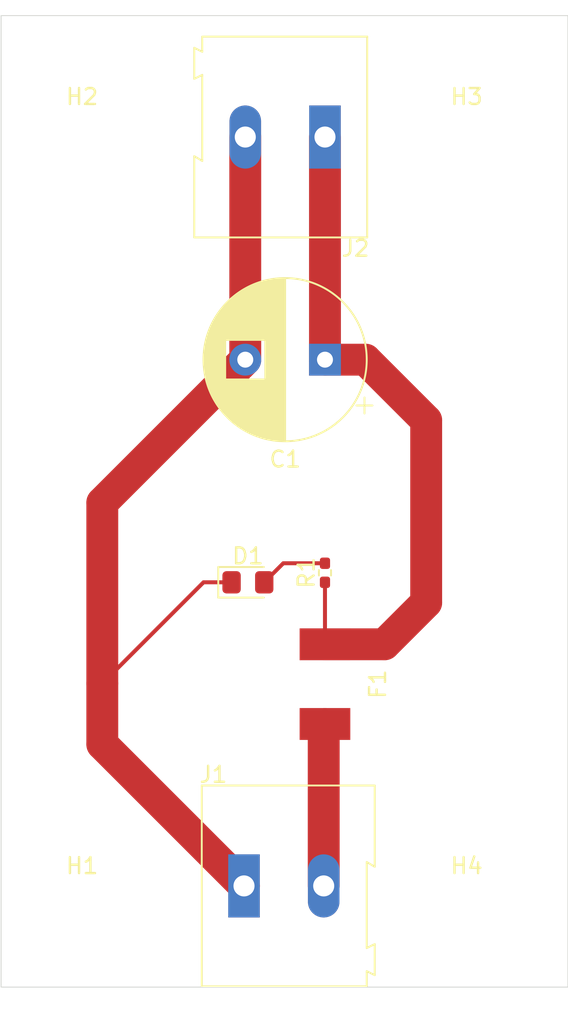
<source format=kicad_pcb>
(kicad_pcb (version 20171130) (host pcbnew "(5.1.9)-1")

  (general
    (thickness 1.6)
    (drawings 4)
    (tracks 18)
    (zones 0)
    (modules 10)
    (nets 5)
  )

  (page A4)
  (layers
    (0 F.Cu signal)
    (31 B.Cu signal)
    (32 B.Adhes user)
    (33 F.Adhes user)
    (34 B.Paste user)
    (35 F.Paste user)
    (36 B.SilkS user)
    (37 F.SilkS user)
    (38 B.Mask user)
    (39 F.Mask user)
    (40 Dwgs.User user)
    (41 Cmts.User user)
    (42 Eco1.User user)
    (43 Eco2.User user)
    (44 Edge.Cuts user)
    (45 Margin user)
    (46 B.CrtYd user)
    (47 F.CrtYd user)
    (48 B.Fab user)
    (49 F.Fab user)
  )

  (setup
    (last_trace_width 2)
    (user_trace_width 2)
    (user_trace_width 4)
    (trace_clearance 0.2)
    (zone_clearance 0.508)
    (zone_45_only no)
    (trace_min 0.2)
    (via_size 0.8)
    (via_drill 0.4)
    (via_min_size 0.4)
    (via_min_drill 0.3)
    (uvia_size 0.3)
    (uvia_drill 0.1)
    (uvias_allowed no)
    (uvia_min_size 0.2)
    (uvia_min_drill 0.1)
    (edge_width 0.05)
    (segment_width 0.2)
    (pcb_text_width 0.3)
    (pcb_text_size 1.5 1.5)
    (mod_edge_width 0.12)
    (mod_text_size 1 1)
    (mod_text_width 0.15)
    (pad_size 1.524 1.524)
    (pad_drill 0.762)
    (pad_to_mask_clearance 0)
    (aux_axis_origin 0 0)
    (visible_elements FFFFFF7F)
    (pcbplotparams
      (layerselection 0x010fc_ffffffff)
      (usegerberextensions false)
      (usegerberattributes true)
      (usegerberadvancedattributes true)
      (creategerberjobfile true)
      (excludeedgelayer true)
      (linewidth 0.100000)
      (plotframeref false)
      (viasonmask false)
      (mode 1)
      (useauxorigin false)
      (hpglpennumber 1)
      (hpglpenspeed 20)
      (hpglpendiameter 15.000000)
      (psnegative false)
      (psa4output false)
      (plotreference true)
      (plotvalue true)
      (plotinvisibletext false)
      (padsonsilk false)
      (subtractmaskfromsilk false)
      (outputformat 1)
      (mirror false)
      (drillshape 1)
      (scaleselection 1)
      (outputdirectory ""))
  )

  (net 0 "")
  (net 1 "Net-(C1-Pad2)")
  (net 2 "Net-(C1-Pad1)")
  (net 3 "Net-(D1-Pad2)")
  (net 4 "Net-(F1-Pad2)")

  (net_class Default "This is the default net class."
    (clearance 0.2)
    (trace_width 0.25)
    (via_dia 0.8)
    (via_drill 0.4)
    (uvia_dia 0.3)
    (uvia_drill 0.1)
    (add_net "Net-(C1-Pad1)")
    (add_net "Net-(C1-Pad2)")
    (add_net "Net-(D1-Pad2)")
    (add_net "Net-(F1-Pad2)")
  )

  (net_class 10Amps ""
    (clearance 0.5)
    (trace_width 4)
    (via_dia 0.8)
    (via_drill 0.4)
    (uvia_dia 0.3)
    (uvia_drill 0.1)
  )

  (module TerminalBlock:TerminalBlock_Altech_AK300-2_P5.00mm (layer F.Cu) (tedit 59FF0306) (tstamp 608AE729)
    (at 146.05 85.09 180)
    (descr "Altech AK300 terminal block, pitch 5.0mm, 45 degree angled, see http://www.mouser.com/ds/2/16/PCBMETRC-24178.pdf")
    (tags "Altech AK300 terminal block pitch 5.0mm")
    (path /607865A6)
    (fp_text reference J2 (at -1.92 -6.99) (layer F.SilkS)
      (effects (font (size 1 1) (thickness 0.15)))
    )
    (fp_text value Screw_Terminal_01x02 (at 2.78 7.75) (layer F.Fab)
      (effects (font (size 1 1) (thickness 0.15)))
    )
    (fp_arc (start -1.13 -4.65) (end -1.42 -4.13) (angle 104.2) (layer F.Fab) (width 0.1))
    (fp_arc (start -0.01 -3.71) (end -1.62 -5) (angle 100) (layer F.Fab) (width 0.1))
    (fp_arc (start 0.06 -6.07) (end 1.53 -4.12) (angle 75.5) (layer F.Fab) (width 0.1))
    (fp_arc (start 1.03 -4.59) (end 1.53 -5.05) (angle 90.5) (layer F.Fab) (width 0.1))
    (fp_arc (start 3.87 -4.65) (end 3.58 -4.13) (angle 104.2) (layer F.Fab) (width 0.1))
    (fp_arc (start 4.99 -3.71) (end 3.39 -5) (angle 100) (layer F.Fab) (width 0.1))
    (fp_arc (start 5.07 -6.07) (end 6.53 -4.12) (angle 75.5) (layer F.Fab) (width 0.1))
    (fp_arc (start 6.03 -4.59) (end 6.54 -5.05) (angle 90.5) (layer F.Fab) (width 0.1))
    (fp_text user %R (at 2.5 -2) (layer F.Fab)
      (effects (font (size 1 1) (thickness 0.15)))
    )
    (fp_line (start -2.65 -6.3) (end -2.65 6.3) (layer F.SilkS) (width 0.12))
    (fp_line (start -2.65 6.3) (end 7.7 6.3) (layer F.SilkS) (width 0.12))
    (fp_line (start 7.7 6.3) (end 7.7 5.35) (layer F.SilkS) (width 0.12))
    (fp_line (start 7.7 5.35) (end 8.2 5.6) (layer F.SilkS) (width 0.12))
    (fp_line (start 8.2 5.6) (end 8.2 3.7) (layer F.SilkS) (width 0.12))
    (fp_line (start 8.2 3.7) (end 8.2 3.65) (layer F.SilkS) (width 0.12))
    (fp_line (start 8.2 3.65) (end 7.7 3.9) (layer F.SilkS) (width 0.12))
    (fp_line (start 7.7 3.9) (end 7.7 -1.5) (layer F.SilkS) (width 0.12))
    (fp_line (start 7.7 -1.5) (end 8.2 -1.2) (layer F.SilkS) (width 0.12))
    (fp_line (start 8.2 -1.2) (end 8.2 -6.3) (layer F.SilkS) (width 0.12))
    (fp_line (start 8.2 -6.3) (end -2.65 -6.3) (layer F.SilkS) (width 0.12))
    (fp_line (start -1.26 2.54) (end 1.28 2.54) (layer F.Fab) (width 0.1))
    (fp_line (start 1.28 2.54) (end 1.28 -0.25) (layer F.Fab) (width 0.1))
    (fp_line (start -1.26 -0.25) (end 1.28 -0.25) (layer F.Fab) (width 0.1))
    (fp_line (start -1.26 2.54) (end -1.26 -0.25) (layer F.Fab) (width 0.1))
    (fp_line (start 3.74 2.54) (end 6.28 2.54) (layer F.Fab) (width 0.1))
    (fp_line (start 6.28 2.54) (end 6.28 -0.25) (layer F.Fab) (width 0.1))
    (fp_line (start 3.74 -0.25) (end 6.28 -0.25) (layer F.Fab) (width 0.1))
    (fp_line (start 3.74 2.54) (end 3.74 -0.25) (layer F.Fab) (width 0.1))
    (fp_line (start 7.61 -6.22) (end 7.61 -3.17) (layer F.Fab) (width 0.1))
    (fp_line (start 7.61 -6.22) (end -2.58 -6.22) (layer F.Fab) (width 0.1))
    (fp_line (start 7.61 -6.22) (end 8.11 -6.22) (layer F.Fab) (width 0.1))
    (fp_line (start 8.11 -6.22) (end 8.11 -1.4) (layer F.Fab) (width 0.1))
    (fp_line (start 8.11 -1.4) (end 7.61 -1.65) (layer F.Fab) (width 0.1))
    (fp_line (start 8.11 5.46) (end 7.61 5.21) (layer F.Fab) (width 0.1))
    (fp_line (start 7.61 5.21) (end 7.61 6.22) (layer F.Fab) (width 0.1))
    (fp_line (start 8.11 3.81) (end 7.61 4.06) (layer F.Fab) (width 0.1))
    (fp_line (start 7.61 4.06) (end 7.61 5.21) (layer F.Fab) (width 0.1))
    (fp_line (start 8.11 3.81) (end 8.11 5.46) (layer F.Fab) (width 0.1))
    (fp_line (start 2.98 6.22) (end 2.98 4.32) (layer F.Fab) (width 0.1))
    (fp_line (start 7.05 -0.25) (end 7.05 4.32) (layer F.Fab) (width 0.1))
    (fp_line (start 2.98 6.22) (end 7.05 6.22) (layer F.Fab) (width 0.1))
    (fp_line (start 7.05 6.22) (end 7.61 6.22) (layer F.Fab) (width 0.1))
    (fp_line (start 2.04 6.22) (end 2.04 4.32) (layer F.Fab) (width 0.1))
    (fp_line (start 2.04 6.22) (end 2.98 6.22) (layer F.Fab) (width 0.1))
    (fp_line (start -2.02 -0.25) (end -2.02 4.32) (layer F.Fab) (width 0.1))
    (fp_line (start -2.58 6.22) (end -2.02 6.22) (layer F.Fab) (width 0.1))
    (fp_line (start -2.02 6.22) (end 2.04 6.22) (layer F.Fab) (width 0.1))
    (fp_line (start 2.98 4.32) (end 7.05 4.32) (layer F.Fab) (width 0.1))
    (fp_line (start 2.98 4.32) (end 2.98 -0.25) (layer F.Fab) (width 0.1))
    (fp_line (start 7.05 4.32) (end 7.05 6.22) (layer F.Fab) (width 0.1))
    (fp_line (start 2.04 4.32) (end -2.02 4.32) (layer F.Fab) (width 0.1))
    (fp_line (start 2.04 4.32) (end 2.04 -0.25) (layer F.Fab) (width 0.1))
    (fp_line (start -2.02 4.32) (end -2.02 6.22) (layer F.Fab) (width 0.1))
    (fp_line (start 6.67 3.68) (end 6.67 0.51) (layer F.Fab) (width 0.1))
    (fp_line (start 6.67 3.68) (end 3.36 3.68) (layer F.Fab) (width 0.1))
    (fp_line (start 3.36 3.68) (end 3.36 0.51) (layer F.Fab) (width 0.1))
    (fp_line (start 1.66 3.68) (end 1.66 0.51) (layer F.Fab) (width 0.1))
    (fp_line (start 1.66 3.68) (end -1.64 3.68) (layer F.Fab) (width 0.1))
    (fp_line (start -1.64 3.68) (end -1.64 0.51) (layer F.Fab) (width 0.1))
    (fp_line (start -1.64 0.51) (end -1.26 0.51) (layer F.Fab) (width 0.1))
    (fp_line (start 1.66 0.51) (end 1.28 0.51) (layer F.Fab) (width 0.1))
    (fp_line (start 3.36 0.51) (end 3.74 0.51) (layer F.Fab) (width 0.1))
    (fp_line (start 6.67 0.51) (end 6.28 0.51) (layer F.Fab) (width 0.1))
    (fp_line (start -2.58 6.22) (end -2.58 -0.64) (layer F.Fab) (width 0.1))
    (fp_line (start -2.58 -0.64) (end -2.58 -3.17) (layer F.Fab) (width 0.1))
    (fp_line (start 7.61 -1.65) (end 7.61 -0.64) (layer F.Fab) (width 0.1))
    (fp_line (start 7.61 -0.64) (end 7.61 4.06) (layer F.Fab) (width 0.1))
    (fp_line (start -2.58 -3.17) (end 7.61 -3.17) (layer F.Fab) (width 0.1))
    (fp_line (start -2.58 -3.17) (end -2.58 -6.22) (layer F.Fab) (width 0.1))
    (fp_line (start 7.61 -3.17) (end 7.61 -1.65) (layer F.Fab) (width 0.1))
    (fp_line (start 2.98 -3.43) (end 2.98 -5.97) (layer F.Fab) (width 0.1))
    (fp_line (start 2.98 -5.97) (end 7.05 -5.97) (layer F.Fab) (width 0.1))
    (fp_line (start 7.05 -5.97) (end 7.05 -3.43) (layer F.Fab) (width 0.1))
    (fp_line (start 7.05 -3.43) (end 2.98 -3.43) (layer F.Fab) (width 0.1))
    (fp_line (start 2.04 -3.43) (end 2.04 -5.97) (layer F.Fab) (width 0.1))
    (fp_line (start 2.04 -3.43) (end -2.02 -3.43) (layer F.Fab) (width 0.1))
    (fp_line (start -2.02 -3.43) (end -2.02 -5.97) (layer F.Fab) (width 0.1))
    (fp_line (start 2.04 -5.97) (end -2.02 -5.97) (layer F.Fab) (width 0.1))
    (fp_line (start 3.39 -4.45) (end 6.44 -5.08) (layer F.Fab) (width 0.1))
    (fp_line (start 3.52 -4.32) (end 6.56 -4.95) (layer F.Fab) (width 0.1))
    (fp_line (start -1.62 -4.45) (end 1.44 -5.08) (layer F.Fab) (width 0.1))
    (fp_line (start -1.49 -4.32) (end 1.56 -4.95) (layer F.Fab) (width 0.1))
    (fp_line (start -2.02 -0.25) (end -1.64 -0.25) (layer F.Fab) (width 0.1))
    (fp_line (start 2.04 -0.25) (end 1.66 -0.25) (layer F.Fab) (width 0.1))
    (fp_line (start 1.66 -0.25) (end -1.64 -0.25) (layer F.Fab) (width 0.1))
    (fp_line (start -2.58 -0.64) (end -1.64 -0.64) (layer F.Fab) (width 0.1))
    (fp_line (start -1.64 -0.64) (end 1.66 -0.64) (layer F.Fab) (width 0.1))
    (fp_line (start 1.66 -0.64) (end 3.36 -0.64) (layer F.Fab) (width 0.1))
    (fp_line (start 7.61 -0.64) (end 6.67 -0.64) (layer F.Fab) (width 0.1))
    (fp_line (start 6.67 -0.64) (end 3.36 -0.64) (layer F.Fab) (width 0.1))
    (fp_line (start 7.05 -0.25) (end 6.67 -0.25) (layer F.Fab) (width 0.1))
    (fp_line (start 2.98 -0.25) (end 3.36 -0.25) (layer F.Fab) (width 0.1))
    (fp_line (start 3.36 -0.25) (end 6.67 -0.25) (layer F.Fab) (width 0.1))
    (fp_line (start -2.83 -6.47) (end 8.36 -6.47) (layer F.CrtYd) (width 0.05))
    (fp_line (start -2.83 -6.47) (end -2.83 6.47) (layer F.CrtYd) (width 0.05))
    (fp_line (start 8.36 6.47) (end 8.36 -6.47) (layer F.CrtYd) (width 0.05))
    (fp_line (start 8.36 6.47) (end -2.83 6.47) (layer F.CrtYd) (width 0.05))
    (pad 2 thru_hole oval (at 5 0 180) (size 1.98 3.96) (drill 1.32) (layers *.Cu *.Mask)
      (net 1 "Net-(C1-Pad2)"))
    (pad 1 thru_hole rect (at 0 0 180) (size 1.98 3.96) (drill 1.32) (layers *.Cu *.Mask)
      (net 2 "Net-(C1-Pad1)"))
    (model ${KISYS3DMOD}/TerminalBlock.3dshapes/TerminalBlock_Altech_AK300-2_P5.00mm.wrl
      (at (xyz 0 0 0))
      (scale (xyz 1 1 1))
      (rotate (xyz 0 0 0))
    )
  )

  (module Resistor_SMD:R_0402_1005Metric_Pad0.72x0.64mm_HandSolder (layer F.Cu) (tedit 5F6BB9E0) (tstamp 608AD6B0)
    (at 146.05 112.4325 90)
    (descr "Resistor SMD 0402 (1005 Metric), square (rectangular) end terminal, IPC_7351 nominal with elongated pad for handsoldering. (Body size source: IPC-SM-782 page 72, https://www.pcb-3d.com/wordpress/wp-content/uploads/ipc-sm-782a_amendment_1_and_2.pdf), generated with kicad-footprint-generator")
    (tags "resistor handsolder")
    (path /605FAF51)
    (attr smd)
    (fp_text reference R1 (at 0 -1.17 90) (layer F.SilkS)
      (effects (font (size 1 1) (thickness 0.15)))
    )
    (fp_text value "100 RND 0402 1 100" (at 0 1.17 90) (layer F.Fab)
      (effects (font (size 1 1) (thickness 0.15)))
    )
    (fp_text user %R (at 0 0 90) (layer F.Fab)
      (effects (font (size 0.26 0.26) (thickness 0.04)))
    )
    (fp_line (start -0.525 0.27) (end -0.525 -0.27) (layer F.Fab) (width 0.1))
    (fp_line (start -0.525 -0.27) (end 0.525 -0.27) (layer F.Fab) (width 0.1))
    (fp_line (start 0.525 -0.27) (end 0.525 0.27) (layer F.Fab) (width 0.1))
    (fp_line (start 0.525 0.27) (end -0.525 0.27) (layer F.Fab) (width 0.1))
    (fp_line (start -0.167621 -0.38) (end 0.167621 -0.38) (layer F.SilkS) (width 0.12))
    (fp_line (start -0.167621 0.38) (end 0.167621 0.38) (layer F.SilkS) (width 0.12))
    (fp_line (start -1.1 0.47) (end -1.1 -0.47) (layer F.CrtYd) (width 0.05))
    (fp_line (start -1.1 -0.47) (end 1.1 -0.47) (layer F.CrtYd) (width 0.05))
    (fp_line (start 1.1 -0.47) (end 1.1 0.47) (layer F.CrtYd) (width 0.05))
    (fp_line (start 1.1 0.47) (end -1.1 0.47) (layer F.CrtYd) (width 0.05))
    (pad 2 smd roundrect (at 0.5975 0 90) (size 0.715 0.64) (layers F.Cu F.Paste F.Mask) (roundrect_rratio 0.25)
      (net 3 "Net-(D1-Pad2)"))
    (pad 1 smd roundrect (at -0.5975 0 90) (size 0.715 0.64) (layers F.Cu F.Paste F.Mask) (roundrect_rratio 0.25)
      (net 2 "Net-(C1-Pad1)"))
    (model ${KISYS3DMOD}/Resistor_SMD.3dshapes/R_0402_1005Metric.wrl
      (at (xyz 0 0 0))
      (scale (xyz 1 1 1))
      (rotate (xyz 0 0 0))
    )
  )

  (module TerminalBlock:TerminalBlock_Altech_AK300-2_P5.00mm (layer F.Cu) (tedit 59FF0306) (tstamp 608AD685)
    (at 140.97 132.08)
    (descr "Altech AK300 terminal block, pitch 5.0mm, 45 degree angled, see http://www.mouser.com/ds/2/16/PCBMETRC-24178.pdf")
    (tags "Altech AK300 terminal block pitch 5.0mm")
    (path /6075BB3A)
    (fp_text reference J1 (at -1.92 -6.99) (layer F.SilkS)
      (effects (font (size 1 1) (thickness 0.15)))
    )
    (fp_text value Screw_Terminal_01x02 (at 2.78 7.75) (layer F.Fab)
      (effects (font (size 1 1) (thickness 0.15)))
    )
    (fp_arc (start -1.13 -4.65) (end -1.42 -4.13) (angle 104.2) (layer F.Fab) (width 0.1))
    (fp_arc (start -0.01 -3.71) (end -1.62 -5) (angle 100) (layer F.Fab) (width 0.1))
    (fp_arc (start 0.06 -6.07) (end 1.53 -4.12) (angle 75.5) (layer F.Fab) (width 0.1))
    (fp_arc (start 1.03 -4.59) (end 1.53 -5.05) (angle 90.5) (layer F.Fab) (width 0.1))
    (fp_arc (start 3.87 -4.65) (end 3.58 -4.13) (angle 104.2) (layer F.Fab) (width 0.1))
    (fp_arc (start 4.99 -3.71) (end 3.39 -5) (angle 100) (layer F.Fab) (width 0.1))
    (fp_arc (start 5.07 -6.07) (end 6.53 -4.12) (angle 75.5) (layer F.Fab) (width 0.1))
    (fp_arc (start 6.03 -4.59) (end 6.54 -5.05) (angle 90.5) (layer F.Fab) (width 0.1))
    (fp_text user %R (at 2.5 -2) (layer F.Fab)
      (effects (font (size 1 1) (thickness 0.15)))
    )
    (fp_line (start -2.65 -6.3) (end -2.65 6.3) (layer F.SilkS) (width 0.12))
    (fp_line (start -2.65 6.3) (end 7.7 6.3) (layer F.SilkS) (width 0.12))
    (fp_line (start 7.7 6.3) (end 7.7 5.35) (layer F.SilkS) (width 0.12))
    (fp_line (start 7.7 5.35) (end 8.2 5.6) (layer F.SilkS) (width 0.12))
    (fp_line (start 8.2 5.6) (end 8.2 3.7) (layer F.SilkS) (width 0.12))
    (fp_line (start 8.2 3.7) (end 8.2 3.65) (layer F.SilkS) (width 0.12))
    (fp_line (start 8.2 3.65) (end 7.7 3.9) (layer F.SilkS) (width 0.12))
    (fp_line (start 7.7 3.9) (end 7.7 -1.5) (layer F.SilkS) (width 0.12))
    (fp_line (start 7.7 -1.5) (end 8.2 -1.2) (layer F.SilkS) (width 0.12))
    (fp_line (start 8.2 -1.2) (end 8.2 -6.3) (layer F.SilkS) (width 0.12))
    (fp_line (start 8.2 -6.3) (end -2.65 -6.3) (layer F.SilkS) (width 0.12))
    (fp_line (start -1.26 2.54) (end 1.28 2.54) (layer F.Fab) (width 0.1))
    (fp_line (start 1.28 2.54) (end 1.28 -0.25) (layer F.Fab) (width 0.1))
    (fp_line (start -1.26 -0.25) (end 1.28 -0.25) (layer F.Fab) (width 0.1))
    (fp_line (start -1.26 2.54) (end -1.26 -0.25) (layer F.Fab) (width 0.1))
    (fp_line (start 3.74 2.54) (end 6.28 2.54) (layer F.Fab) (width 0.1))
    (fp_line (start 6.28 2.54) (end 6.28 -0.25) (layer F.Fab) (width 0.1))
    (fp_line (start 3.74 -0.25) (end 6.28 -0.25) (layer F.Fab) (width 0.1))
    (fp_line (start 3.74 2.54) (end 3.74 -0.25) (layer F.Fab) (width 0.1))
    (fp_line (start 7.61 -6.22) (end 7.61 -3.17) (layer F.Fab) (width 0.1))
    (fp_line (start 7.61 -6.22) (end -2.58 -6.22) (layer F.Fab) (width 0.1))
    (fp_line (start 7.61 -6.22) (end 8.11 -6.22) (layer F.Fab) (width 0.1))
    (fp_line (start 8.11 -6.22) (end 8.11 -1.4) (layer F.Fab) (width 0.1))
    (fp_line (start 8.11 -1.4) (end 7.61 -1.65) (layer F.Fab) (width 0.1))
    (fp_line (start 8.11 5.46) (end 7.61 5.21) (layer F.Fab) (width 0.1))
    (fp_line (start 7.61 5.21) (end 7.61 6.22) (layer F.Fab) (width 0.1))
    (fp_line (start 8.11 3.81) (end 7.61 4.06) (layer F.Fab) (width 0.1))
    (fp_line (start 7.61 4.06) (end 7.61 5.21) (layer F.Fab) (width 0.1))
    (fp_line (start 8.11 3.81) (end 8.11 5.46) (layer F.Fab) (width 0.1))
    (fp_line (start 2.98 6.22) (end 2.98 4.32) (layer F.Fab) (width 0.1))
    (fp_line (start 7.05 -0.25) (end 7.05 4.32) (layer F.Fab) (width 0.1))
    (fp_line (start 2.98 6.22) (end 7.05 6.22) (layer F.Fab) (width 0.1))
    (fp_line (start 7.05 6.22) (end 7.61 6.22) (layer F.Fab) (width 0.1))
    (fp_line (start 2.04 6.22) (end 2.04 4.32) (layer F.Fab) (width 0.1))
    (fp_line (start 2.04 6.22) (end 2.98 6.22) (layer F.Fab) (width 0.1))
    (fp_line (start -2.02 -0.25) (end -2.02 4.32) (layer F.Fab) (width 0.1))
    (fp_line (start -2.58 6.22) (end -2.02 6.22) (layer F.Fab) (width 0.1))
    (fp_line (start -2.02 6.22) (end 2.04 6.22) (layer F.Fab) (width 0.1))
    (fp_line (start 2.98 4.32) (end 7.05 4.32) (layer F.Fab) (width 0.1))
    (fp_line (start 2.98 4.32) (end 2.98 -0.25) (layer F.Fab) (width 0.1))
    (fp_line (start 7.05 4.32) (end 7.05 6.22) (layer F.Fab) (width 0.1))
    (fp_line (start 2.04 4.32) (end -2.02 4.32) (layer F.Fab) (width 0.1))
    (fp_line (start 2.04 4.32) (end 2.04 -0.25) (layer F.Fab) (width 0.1))
    (fp_line (start -2.02 4.32) (end -2.02 6.22) (layer F.Fab) (width 0.1))
    (fp_line (start 6.67 3.68) (end 6.67 0.51) (layer F.Fab) (width 0.1))
    (fp_line (start 6.67 3.68) (end 3.36 3.68) (layer F.Fab) (width 0.1))
    (fp_line (start 3.36 3.68) (end 3.36 0.51) (layer F.Fab) (width 0.1))
    (fp_line (start 1.66 3.68) (end 1.66 0.51) (layer F.Fab) (width 0.1))
    (fp_line (start 1.66 3.68) (end -1.64 3.68) (layer F.Fab) (width 0.1))
    (fp_line (start -1.64 3.68) (end -1.64 0.51) (layer F.Fab) (width 0.1))
    (fp_line (start -1.64 0.51) (end -1.26 0.51) (layer F.Fab) (width 0.1))
    (fp_line (start 1.66 0.51) (end 1.28 0.51) (layer F.Fab) (width 0.1))
    (fp_line (start 3.36 0.51) (end 3.74 0.51) (layer F.Fab) (width 0.1))
    (fp_line (start 6.67 0.51) (end 6.28 0.51) (layer F.Fab) (width 0.1))
    (fp_line (start -2.58 6.22) (end -2.58 -0.64) (layer F.Fab) (width 0.1))
    (fp_line (start -2.58 -0.64) (end -2.58 -3.17) (layer F.Fab) (width 0.1))
    (fp_line (start 7.61 -1.65) (end 7.61 -0.64) (layer F.Fab) (width 0.1))
    (fp_line (start 7.61 -0.64) (end 7.61 4.06) (layer F.Fab) (width 0.1))
    (fp_line (start -2.58 -3.17) (end 7.61 -3.17) (layer F.Fab) (width 0.1))
    (fp_line (start -2.58 -3.17) (end -2.58 -6.22) (layer F.Fab) (width 0.1))
    (fp_line (start 7.61 -3.17) (end 7.61 -1.65) (layer F.Fab) (width 0.1))
    (fp_line (start 2.98 -3.43) (end 2.98 -5.97) (layer F.Fab) (width 0.1))
    (fp_line (start 2.98 -5.97) (end 7.05 -5.97) (layer F.Fab) (width 0.1))
    (fp_line (start 7.05 -5.97) (end 7.05 -3.43) (layer F.Fab) (width 0.1))
    (fp_line (start 7.05 -3.43) (end 2.98 -3.43) (layer F.Fab) (width 0.1))
    (fp_line (start 2.04 -3.43) (end 2.04 -5.97) (layer F.Fab) (width 0.1))
    (fp_line (start 2.04 -3.43) (end -2.02 -3.43) (layer F.Fab) (width 0.1))
    (fp_line (start -2.02 -3.43) (end -2.02 -5.97) (layer F.Fab) (width 0.1))
    (fp_line (start 2.04 -5.97) (end -2.02 -5.97) (layer F.Fab) (width 0.1))
    (fp_line (start 3.39 -4.45) (end 6.44 -5.08) (layer F.Fab) (width 0.1))
    (fp_line (start 3.52 -4.32) (end 6.56 -4.95) (layer F.Fab) (width 0.1))
    (fp_line (start -1.62 -4.45) (end 1.44 -5.08) (layer F.Fab) (width 0.1))
    (fp_line (start -1.49 -4.32) (end 1.56 -4.95) (layer F.Fab) (width 0.1))
    (fp_line (start -2.02 -0.25) (end -1.64 -0.25) (layer F.Fab) (width 0.1))
    (fp_line (start 2.04 -0.25) (end 1.66 -0.25) (layer F.Fab) (width 0.1))
    (fp_line (start 1.66 -0.25) (end -1.64 -0.25) (layer F.Fab) (width 0.1))
    (fp_line (start -2.58 -0.64) (end -1.64 -0.64) (layer F.Fab) (width 0.1))
    (fp_line (start -1.64 -0.64) (end 1.66 -0.64) (layer F.Fab) (width 0.1))
    (fp_line (start 1.66 -0.64) (end 3.36 -0.64) (layer F.Fab) (width 0.1))
    (fp_line (start 7.61 -0.64) (end 6.67 -0.64) (layer F.Fab) (width 0.1))
    (fp_line (start 6.67 -0.64) (end 3.36 -0.64) (layer F.Fab) (width 0.1))
    (fp_line (start 7.05 -0.25) (end 6.67 -0.25) (layer F.Fab) (width 0.1))
    (fp_line (start 2.98 -0.25) (end 3.36 -0.25) (layer F.Fab) (width 0.1))
    (fp_line (start 3.36 -0.25) (end 6.67 -0.25) (layer F.Fab) (width 0.1))
    (fp_line (start -2.83 -6.47) (end 8.36 -6.47) (layer F.CrtYd) (width 0.05))
    (fp_line (start -2.83 -6.47) (end -2.83 6.47) (layer F.CrtYd) (width 0.05))
    (fp_line (start 8.36 6.47) (end 8.36 -6.47) (layer F.CrtYd) (width 0.05))
    (fp_line (start 8.36 6.47) (end -2.83 6.47) (layer F.CrtYd) (width 0.05))
    (pad 2 thru_hole oval (at 5 0) (size 1.98 3.96) (drill 1.32) (layers *.Cu *.Mask)
      (net 4 "Net-(F1-Pad2)"))
    (pad 1 thru_hole rect (at 0 0) (size 1.98 3.96) (drill 1.32) (layers *.Cu *.Mask)
      (net 1 "Net-(C1-Pad2)"))
    (model ${KISYS3DMOD}/TerminalBlock.3dshapes/TerminalBlock_Altech_AK300-2_P5.00mm.wrl
      (at (xyz 0 0 0))
      (scale (xyz 1 1 1))
      (rotate (xyz 0 0 0))
    )
  )

  (module MountingHole:MountingHole_3.2mm_M3_DIN965 (layer F.Cu) (tedit 56D1B4CB) (tstamp 608AD61E)
    (at 154.94 134.62)
    (descr "Mounting Hole 3.2mm, no annular, M3, DIN965")
    (tags "mounting hole 3.2mm no annular m3 din965")
    (path /60785CE9)
    (attr virtual)
    (fp_text reference H4 (at 0 -3.8) (layer F.SilkS)
      (effects (font (size 1 1) (thickness 0.15)))
    )
    (fp_text value MountingHole (at 0 3.8) (layer F.Fab)
      (effects (font (size 1 1) (thickness 0.15)))
    )
    (fp_text user %R (at 0.3 0) (layer F.Fab)
      (effects (font (size 1 1) (thickness 0.15)))
    )
    (fp_circle (center 0 0) (end 2.8 0) (layer Cmts.User) (width 0.15))
    (fp_circle (center 0 0) (end 3.05 0) (layer F.CrtYd) (width 0.05))
    (pad 1 np_thru_hole circle (at 0 0) (size 3.2 3.2) (drill 3.2) (layers *.Cu *.Mask))
  )

  (module MountingHole:MountingHole_3.2mm_M3_DIN965 (layer F.Cu) (tedit 56D1B4CB) (tstamp 608AEEB2)
    (at 154.94 86.36)
    (descr "Mounting Hole 3.2mm, no annular, M3, DIN965")
    (tags "mounting hole 3.2mm no annular m3 din965")
    (path /60785AAF)
    (attr virtual)
    (fp_text reference H3 (at 0 -3.8) (layer F.SilkS)
      (effects (font (size 1 1) (thickness 0.15)))
    )
    (fp_text value MountingHole (at 0 3.8) (layer F.Fab)
      (effects (font (size 1 1) (thickness 0.15)))
    )
    (fp_text user %R (at 0.3 0) (layer F.Fab)
      (effects (font (size 1 1) (thickness 0.15)))
    )
    (fp_circle (center 0 0) (end 2.8 0) (layer Cmts.User) (width 0.15))
    (fp_circle (center 0 0) (end 3.05 0) (layer F.CrtYd) (width 0.05))
    (pad 1 np_thru_hole circle (at 0 0) (size 3.2 3.2) (drill 3.2) (layers *.Cu *.Mask))
  )

  (module MountingHole:MountingHole_3.2mm_M3_DIN965 (layer F.Cu) (tedit 56D1B4CB) (tstamp 608AEF4B)
    (at 130.81 86.36)
    (descr "Mounting Hole 3.2mm, no annular, M3, DIN965")
    (tags "mounting hole 3.2mm no annular m3 din965")
    (path /60785916)
    (attr virtual)
    (fp_text reference H2 (at 0 -3.8) (layer F.SilkS)
      (effects (font (size 1 1) (thickness 0.15)))
    )
    (fp_text value MountingHole (at 0 3.8) (layer F.Fab)
      (effects (font (size 1 1) (thickness 0.15)))
    )
    (fp_text user %R (at 0.3 0) (layer F.Fab)
      (effects (font (size 1 1) (thickness 0.15)))
    )
    (fp_circle (center 0 0) (end 2.8 0) (layer Cmts.User) (width 0.15))
    (fp_circle (center 0 0) (end 3.05 0) (layer F.CrtYd) (width 0.05))
    (pad 1 np_thru_hole circle (at 0 0) (size 3.2 3.2) (drill 3.2) (layers *.Cu *.Mask))
  )

  (module MountingHole:MountingHole_3.2mm_M3_DIN965 (layer F.Cu) (tedit 56D1B4CB) (tstamp 608AEF18)
    (at 130.81 134.62)
    (descr "Mounting Hole 3.2mm, no annular, M3, DIN965")
    (tags "mounting hole 3.2mm no annular m3 din965")
    (path /607852A3)
    (attr virtual)
    (fp_text reference H1 (at 0 -3.8) (layer F.SilkS)
      (effects (font (size 1 1) (thickness 0.15)))
    )
    (fp_text value MountingHole (at 0 3.8) (layer F.Fab)
      (effects (font (size 1 1) (thickness 0.15)))
    )
    (fp_text user %R (at 0.3 0) (layer F.Fab)
      (effects (font (size 1 1) (thickness 0.15)))
    )
    (fp_circle (center 0 0) (end 2.8 0) (layer Cmts.User) (width 0.15))
    (fp_circle (center 0 0) (end 3.05 0) (layer F.CrtYd) (width 0.05))
    (pad 1 np_thru_hole circle (at 0 0) (size 3.2 3.2) (drill 3.2) (layers *.Cu *.Mask))
  )

  (module Belfuse220043:BELFUSE220043_10A_SMD2410 (layer F.Cu) (tedit 607448CB) (tstamp 608AD5FE)
    (at 149.86 119.42 270)
    (path /60562F3C)
    (fp_text reference F1 (at 0 0.5 90) (layer F.SilkS)
      (effects (font (size 1 1) (thickness 0.15)))
    )
    (fp_text value "Fuse 10A" (at 0 -0.5 90) (layer F.Fab)
      (effects (font (size 1 1) (thickness 0.15)))
    )
    (fp_line (start -3.81 6.35) (end -3.81 1.27) (layer F.Fab) (width 0.12))
    (fp_line (start 3.81 6.35) (end -3.81 6.35) (layer F.Fab) (width 0.12))
    (fp_line (start 3.81 1.27) (end 3.81 6.35) (layer F.Fab) (width 0.12))
    (fp_line (start -3.81 1.27) (end 3.81 1.27) (layer F.Fab) (width 0.12))
    (pad 2 smd rect (at 2.5 3.81 270) (size 2 3.18) (layers F.Cu F.Paste F.Mask)
      (net 4 "Net-(F1-Pad2)"))
    (pad 1 smd rect (at -2.5 3.81 270) (size 2 3.18) (layers F.Cu F.Paste F.Mask)
      (net 2 "Net-(C1-Pad1)"))
  )

  (module LED_SMD:LED_0805_2012Metric_Pad1.15x1.40mm_HandSolder (layer F.Cu) (tedit 5F68FEF1) (tstamp 608AD5F4)
    (at 141.215 113.03)
    (descr "LED SMD 0805 (2012 Metric), square (rectangular) end terminal, IPC_7351 nominal, (Body size source: https://docs.google.com/spreadsheets/d/1BsfQQcO9C6DZCsRaXUlFlo91Tg2WpOkGARC1WS5S8t0/edit?usp=sharing), generated with kicad-footprint-generator")
    (tags "LED handsolder")
    (path /605FBCC8)
    (attr smd)
    (fp_text reference D1 (at 0 -1.65) (layer F.SilkS)
      (effects (font (size 1 1) (thickness 0.15)))
    )
    (fp_text value "LED EVL 17-21/GHC-X" (at 0 1.65) (layer F.Fab)
      (effects (font (size 1 1) (thickness 0.15)))
    )
    (fp_text user %R (at 0 0) (layer F.Fab)
      (effects (font (size 0.5 0.5) (thickness 0.08)))
    )
    (fp_line (start 1 -0.6) (end -0.7 -0.6) (layer F.Fab) (width 0.1))
    (fp_line (start -0.7 -0.6) (end -1 -0.3) (layer F.Fab) (width 0.1))
    (fp_line (start -1 -0.3) (end -1 0.6) (layer F.Fab) (width 0.1))
    (fp_line (start -1 0.6) (end 1 0.6) (layer F.Fab) (width 0.1))
    (fp_line (start 1 0.6) (end 1 -0.6) (layer F.Fab) (width 0.1))
    (fp_line (start 1 -0.96) (end -1.86 -0.96) (layer F.SilkS) (width 0.12))
    (fp_line (start -1.86 -0.96) (end -1.86 0.96) (layer F.SilkS) (width 0.12))
    (fp_line (start -1.86 0.96) (end 1 0.96) (layer F.SilkS) (width 0.12))
    (fp_line (start -1.85 0.95) (end -1.85 -0.95) (layer F.CrtYd) (width 0.05))
    (fp_line (start -1.85 -0.95) (end 1.85 -0.95) (layer F.CrtYd) (width 0.05))
    (fp_line (start 1.85 -0.95) (end 1.85 0.95) (layer F.CrtYd) (width 0.05))
    (fp_line (start 1.85 0.95) (end -1.85 0.95) (layer F.CrtYd) (width 0.05))
    (pad 2 smd roundrect (at 1.025 0) (size 1.15 1.4) (layers F.Cu F.Paste F.Mask) (roundrect_rratio 0.217391)
      (net 3 "Net-(D1-Pad2)"))
    (pad 1 smd roundrect (at -1.025 0) (size 1.15 1.4) (layers F.Cu F.Paste F.Mask) (roundrect_rratio 0.217391)
      (net 1 "Net-(C1-Pad2)"))
    (model ${KISYS3DMOD}/LED_SMD.3dshapes/LED_0805_2012Metric.wrl
      (at (xyz 0 0 0))
      (scale (xyz 1 1 1))
      (rotate (xyz 0 0 0))
    )
  )

  (module Capacitor_THT:CP_Radial_D10.0mm_P5.00mm (layer F.Cu) (tedit 5AE50EF1) (tstamp 608AD5E1)
    (at 146.05 99.06 180)
    (descr "CP, Radial series, Radial, pin pitch=5.00mm, , diameter=10mm, Electrolytic Capacitor")
    (tags "CP Radial series Radial pin pitch 5.00mm  diameter 10mm Electrolytic Capacitor")
    (path /60564BA1)
    (fp_text reference C1 (at 2.5 -6.25) (layer F.SilkS)
      (effects (font (size 1 1) (thickness 0.15)))
    )
    (fp_text value 1mF (at 2.5 6.25) (layer F.Fab)
      (effects (font (size 1 1) (thickness 0.15)))
    )
    (fp_text user %R (at 2.5 0) (layer F.Fab)
      (effects (font (size 1 1) (thickness 0.15)))
    )
    (fp_circle (center 2.5 0) (end 7.5 0) (layer F.Fab) (width 0.1))
    (fp_circle (center 2.5 0) (end 7.62 0) (layer F.SilkS) (width 0.12))
    (fp_circle (center 2.5 0) (end 7.75 0) (layer F.CrtYd) (width 0.05))
    (fp_line (start -1.788861 -2.1875) (end -0.788861 -2.1875) (layer F.Fab) (width 0.1))
    (fp_line (start -1.288861 -2.6875) (end -1.288861 -1.6875) (layer F.Fab) (width 0.1))
    (fp_line (start 2.5 -5.08) (end 2.5 5.08) (layer F.SilkS) (width 0.12))
    (fp_line (start 2.54 -5.08) (end 2.54 5.08) (layer F.SilkS) (width 0.12))
    (fp_line (start 2.58 -5.08) (end 2.58 5.08) (layer F.SilkS) (width 0.12))
    (fp_line (start 2.62 -5.079) (end 2.62 5.079) (layer F.SilkS) (width 0.12))
    (fp_line (start 2.66 -5.078) (end 2.66 5.078) (layer F.SilkS) (width 0.12))
    (fp_line (start 2.7 -5.077) (end 2.7 5.077) (layer F.SilkS) (width 0.12))
    (fp_line (start 2.74 -5.075) (end 2.74 5.075) (layer F.SilkS) (width 0.12))
    (fp_line (start 2.78 -5.073) (end 2.78 5.073) (layer F.SilkS) (width 0.12))
    (fp_line (start 2.82 -5.07) (end 2.82 5.07) (layer F.SilkS) (width 0.12))
    (fp_line (start 2.86 -5.068) (end 2.86 5.068) (layer F.SilkS) (width 0.12))
    (fp_line (start 2.9 -5.065) (end 2.9 5.065) (layer F.SilkS) (width 0.12))
    (fp_line (start 2.94 -5.062) (end 2.94 5.062) (layer F.SilkS) (width 0.12))
    (fp_line (start 2.98 -5.058) (end 2.98 5.058) (layer F.SilkS) (width 0.12))
    (fp_line (start 3.02 -5.054) (end 3.02 5.054) (layer F.SilkS) (width 0.12))
    (fp_line (start 3.06 -5.05) (end 3.06 5.05) (layer F.SilkS) (width 0.12))
    (fp_line (start 3.1 -5.045) (end 3.1 5.045) (layer F.SilkS) (width 0.12))
    (fp_line (start 3.14 -5.04) (end 3.14 5.04) (layer F.SilkS) (width 0.12))
    (fp_line (start 3.18 -5.035) (end 3.18 5.035) (layer F.SilkS) (width 0.12))
    (fp_line (start 3.221 -5.03) (end 3.221 5.03) (layer F.SilkS) (width 0.12))
    (fp_line (start 3.261 -5.024) (end 3.261 5.024) (layer F.SilkS) (width 0.12))
    (fp_line (start 3.301 -5.018) (end 3.301 5.018) (layer F.SilkS) (width 0.12))
    (fp_line (start 3.341 -5.011) (end 3.341 5.011) (layer F.SilkS) (width 0.12))
    (fp_line (start 3.381 -5.004) (end 3.381 5.004) (layer F.SilkS) (width 0.12))
    (fp_line (start 3.421 -4.997) (end 3.421 4.997) (layer F.SilkS) (width 0.12))
    (fp_line (start 3.461 -4.99) (end 3.461 4.99) (layer F.SilkS) (width 0.12))
    (fp_line (start 3.501 -4.982) (end 3.501 4.982) (layer F.SilkS) (width 0.12))
    (fp_line (start 3.541 -4.974) (end 3.541 4.974) (layer F.SilkS) (width 0.12))
    (fp_line (start 3.581 -4.965) (end 3.581 4.965) (layer F.SilkS) (width 0.12))
    (fp_line (start 3.621 -4.956) (end 3.621 4.956) (layer F.SilkS) (width 0.12))
    (fp_line (start 3.661 -4.947) (end 3.661 4.947) (layer F.SilkS) (width 0.12))
    (fp_line (start 3.701 -4.938) (end 3.701 4.938) (layer F.SilkS) (width 0.12))
    (fp_line (start 3.741 -4.928) (end 3.741 4.928) (layer F.SilkS) (width 0.12))
    (fp_line (start 3.781 -4.918) (end 3.781 -1.241) (layer F.SilkS) (width 0.12))
    (fp_line (start 3.781 1.241) (end 3.781 4.918) (layer F.SilkS) (width 0.12))
    (fp_line (start 3.821 -4.907) (end 3.821 -1.241) (layer F.SilkS) (width 0.12))
    (fp_line (start 3.821 1.241) (end 3.821 4.907) (layer F.SilkS) (width 0.12))
    (fp_line (start 3.861 -4.897) (end 3.861 -1.241) (layer F.SilkS) (width 0.12))
    (fp_line (start 3.861 1.241) (end 3.861 4.897) (layer F.SilkS) (width 0.12))
    (fp_line (start 3.901 -4.885) (end 3.901 -1.241) (layer F.SilkS) (width 0.12))
    (fp_line (start 3.901 1.241) (end 3.901 4.885) (layer F.SilkS) (width 0.12))
    (fp_line (start 3.941 -4.874) (end 3.941 -1.241) (layer F.SilkS) (width 0.12))
    (fp_line (start 3.941 1.241) (end 3.941 4.874) (layer F.SilkS) (width 0.12))
    (fp_line (start 3.981 -4.862) (end 3.981 -1.241) (layer F.SilkS) (width 0.12))
    (fp_line (start 3.981 1.241) (end 3.981 4.862) (layer F.SilkS) (width 0.12))
    (fp_line (start 4.021 -4.85) (end 4.021 -1.241) (layer F.SilkS) (width 0.12))
    (fp_line (start 4.021 1.241) (end 4.021 4.85) (layer F.SilkS) (width 0.12))
    (fp_line (start 4.061 -4.837) (end 4.061 -1.241) (layer F.SilkS) (width 0.12))
    (fp_line (start 4.061 1.241) (end 4.061 4.837) (layer F.SilkS) (width 0.12))
    (fp_line (start 4.101 -4.824) (end 4.101 -1.241) (layer F.SilkS) (width 0.12))
    (fp_line (start 4.101 1.241) (end 4.101 4.824) (layer F.SilkS) (width 0.12))
    (fp_line (start 4.141 -4.811) (end 4.141 -1.241) (layer F.SilkS) (width 0.12))
    (fp_line (start 4.141 1.241) (end 4.141 4.811) (layer F.SilkS) (width 0.12))
    (fp_line (start 4.181 -4.797) (end 4.181 -1.241) (layer F.SilkS) (width 0.12))
    (fp_line (start 4.181 1.241) (end 4.181 4.797) (layer F.SilkS) (width 0.12))
    (fp_line (start 4.221 -4.783) (end 4.221 -1.241) (layer F.SilkS) (width 0.12))
    (fp_line (start 4.221 1.241) (end 4.221 4.783) (layer F.SilkS) (width 0.12))
    (fp_line (start 4.261 -4.768) (end 4.261 -1.241) (layer F.SilkS) (width 0.12))
    (fp_line (start 4.261 1.241) (end 4.261 4.768) (layer F.SilkS) (width 0.12))
    (fp_line (start 4.301 -4.754) (end 4.301 -1.241) (layer F.SilkS) (width 0.12))
    (fp_line (start 4.301 1.241) (end 4.301 4.754) (layer F.SilkS) (width 0.12))
    (fp_line (start 4.341 -4.738) (end 4.341 -1.241) (layer F.SilkS) (width 0.12))
    (fp_line (start 4.341 1.241) (end 4.341 4.738) (layer F.SilkS) (width 0.12))
    (fp_line (start 4.381 -4.723) (end 4.381 -1.241) (layer F.SilkS) (width 0.12))
    (fp_line (start 4.381 1.241) (end 4.381 4.723) (layer F.SilkS) (width 0.12))
    (fp_line (start 4.421 -4.707) (end 4.421 -1.241) (layer F.SilkS) (width 0.12))
    (fp_line (start 4.421 1.241) (end 4.421 4.707) (layer F.SilkS) (width 0.12))
    (fp_line (start 4.461 -4.69) (end 4.461 -1.241) (layer F.SilkS) (width 0.12))
    (fp_line (start 4.461 1.241) (end 4.461 4.69) (layer F.SilkS) (width 0.12))
    (fp_line (start 4.501 -4.674) (end 4.501 -1.241) (layer F.SilkS) (width 0.12))
    (fp_line (start 4.501 1.241) (end 4.501 4.674) (layer F.SilkS) (width 0.12))
    (fp_line (start 4.541 -4.657) (end 4.541 -1.241) (layer F.SilkS) (width 0.12))
    (fp_line (start 4.541 1.241) (end 4.541 4.657) (layer F.SilkS) (width 0.12))
    (fp_line (start 4.581 -4.639) (end 4.581 -1.241) (layer F.SilkS) (width 0.12))
    (fp_line (start 4.581 1.241) (end 4.581 4.639) (layer F.SilkS) (width 0.12))
    (fp_line (start 4.621 -4.621) (end 4.621 -1.241) (layer F.SilkS) (width 0.12))
    (fp_line (start 4.621 1.241) (end 4.621 4.621) (layer F.SilkS) (width 0.12))
    (fp_line (start 4.661 -4.603) (end 4.661 -1.241) (layer F.SilkS) (width 0.12))
    (fp_line (start 4.661 1.241) (end 4.661 4.603) (layer F.SilkS) (width 0.12))
    (fp_line (start 4.701 -4.584) (end 4.701 -1.241) (layer F.SilkS) (width 0.12))
    (fp_line (start 4.701 1.241) (end 4.701 4.584) (layer F.SilkS) (width 0.12))
    (fp_line (start 4.741 -4.564) (end 4.741 -1.241) (layer F.SilkS) (width 0.12))
    (fp_line (start 4.741 1.241) (end 4.741 4.564) (layer F.SilkS) (width 0.12))
    (fp_line (start 4.781 -4.545) (end 4.781 -1.241) (layer F.SilkS) (width 0.12))
    (fp_line (start 4.781 1.241) (end 4.781 4.545) (layer F.SilkS) (width 0.12))
    (fp_line (start 4.821 -4.525) (end 4.821 -1.241) (layer F.SilkS) (width 0.12))
    (fp_line (start 4.821 1.241) (end 4.821 4.525) (layer F.SilkS) (width 0.12))
    (fp_line (start 4.861 -4.504) (end 4.861 -1.241) (layer F.SilkS) (width 0.12))
    (fp_line (start 4.861 1.241) (end 4.861 4.504) (layer F.SilkS) (width 0.12))
    (fp_line (start 4.901 -4.483) (end 4.901 -1.241) (layer F.SilkS) (width 0.12))
    (fp_line (start 4.901 1.241) (end 4.901 4.483) (layer F.SilkS) (width 0.12))
    (fp_line (start 4.941 -4.462) (end 4.941 -1.241) (layer F.SilkS) (width 0.12))
    (fp_line (start 4.941 1.241) (end 4.941 4.462) (layer F.SilkS) (width 0.12))
    (fp_line (start 4.981 -4.44) (end 4.981 -1.241) (layer F.SilkS) (width 0.12))
    (fp_line (start 4.981 1.241) (end 4.981 4.44) (layer F.SilkS) (width 0.12))
    (fp_line (start 5.021 -4.417) (end 5.021 -1.241) (layer F.SilkS) (width 0.12))
    (fp_line (start 5.021 1.241) (end 5.021 4.417) (layer F.SilkS) (width 0.12))
    (fp_line (start 5.061 -4.395) (end 5.061 -1.241) (layer F.SilkS) (width 0.12))
    (fp_line (start 5.061 1.241) (end 5.061 4.395) (layer F.SilkS) (width 0.12))
    (fp_line (start 5.101 -4.371) (end 5.101 -1.241) (layer F.SilkS) (width 0.12))
    (fp_line (start 5.101 1.241) (end 5.101 4.371) (layer F.SilkS) (width 0.12))
    (fp_line (start 5.141 -4.347) (end 5.141 -1.241) (layer F.SilkS) (width 0.12))
    (fp_line (start 5.141 1.241) (end 5.141 4.347) (layer F.SilkS) (width 0.12))
    (fp_line (start 5.181 -4.323) (end 5.181 -1.241) (layer F.SilkS) (width 0.12))
    (fp_line (start 5.181 1.241) (end 5.181 4.323) (layer F.SilkS) (width 0.12))
    (fp_line (start 5.221 -4.298) (end 5.221 -1.241) (layer F.SilkS) (width 0.12))
    (fp_line (start 5.221 1.241) (end 5.221 4.298) (layer F.SilkS) (width 0.12))
    (fp_line (start 5.261 -4.273) (end 5.261 -1.241) (layer F.SilkS) (width 0.12))
    (fp_line (start 5.261 1.241) (end 5.261 4.273) (layer F.SilkS) (width 0.12))
    (fp_line (start 5.301 -4.247) (end 5.301 -1.241) (layer F.SilkS) (width 0.12))
    (fp_line (start 5.301 1.241) (end 5.301 4.247) (layer F.SilkS) (width 0.12))
    (fp_line (start 5.341 -4.221) (end 5.341 -1.241) (layer F.SilkS) (width 0.12))
    (fp_line (start 5.341 1.241) (end 5.341 4.221) (layer F.SilkS) (width 0.12))
    (fp_line (start 5.381 -4.194) (end 5.381 -1.241) (layer F.SilkS) (width 0.12))
    (fp_line (start 5.381 1.241) (end 5.381 4.194) (layer F.SilkS) (width 0.12))
    (fp_line (start 5.421 -4.166) (end 5.421 -1.241) (layer F.SilkS) (width 0.12))
    (fp_line (start 5.421 1.241) (end 5.421 4.166) (layer F.SilkS) (width 0.12))
    (fp_line (start 5.461 -4.138) (end 5.461 -1.241) (layer F.SilkS) (width 0.12))
    (fp_line (start 5.461 1.241) (end 5.461 4.138) (layer F.SilkS) (width 0.12))
    (fp_line (start 5.501 -4.11) (end 5.501 -1.241) (layer F.SilkS) (width 0.12))
    (fp_line (start 5.501 1.241) (end 5.501 4.11) (layer F.SilkS) (width 0.12))
    (fp_line (start 5.541 -4.08) (end 5.541 -1.241) (layer F.SilkS) (width 0.12))
    (fp_line (start 5.541 1.241) (end 5.541 4.08) (layer F.SilkS) (width 0.12))
    (fp_line (start 5.581 -4.05) (end 5.581 -1.241) (layer F.SilkS) (width 0.12))
    (fp_line (start 5.581 1.241) (end 5.581 4.05) (layer F.SilkS) (width 0.12))
    (fp_line (start 5.621 -4.02) (end 5.621 -1.241) (layer F.SilkS) (width 0.12))
    (fp_line (start 5.621 1.241) (end 5.621 4.02) (layer F.SilkS) (width 0.12))
    (fp_line (start 5.661 -3.989) (end 5.661 -1.241) (layer F.SilkS) (width 0.12))
    (fp_line (start 5.661 1.241) (end 5.661 3.989) (layer F.SilkS) (width 0.12))
    (fp_line (start 5.701 -3.957) (end 5.701 -1.241) (layer F.SilkS) (width 0.12))
    (fp_line (start 5.701 1.241) (end 5.701 3.957) (layer F.SilkS) (width 0.12))
    (fp_line (start 5.741 -3.925) (end 5.741 -1.241) (layer F.SilkS) (width 0.12))
    (fp_line (start 5.741 1.241) (end 5.741 3.925) (layer F.SilkS) (width 0.12))
    (fp_line (start 5.781 -3.892) (end 5.781 -1.241) (layer F.SilkS) (width 0.12))
    (fp_line (start 5.781 1.241) (end 5.781 3.892) (layer F.SilkS) (width 0.12))
    (fp_line (start 5.821 -3.858) (end 5.821 -1.241) (layer F.SilkS) (width 0.12))
    (fp_line (start 5.821 1.241) (end 5.821 3.858) (layer F.SilkS) (width 0.12))
    (fp_line (start 5.861 -3.824) (end 5.861 -1.241) (layer F.SilkS) (width 0.12))
    (fp_line (start 5.861 1.241) (end 5.861 3.824) (layer F.SilkS) (width 0.12))
    (fp_line (start 5.901 -3.789) (end 5.901 -1.241) (layer F.SilkS) (width 0.12))
    (fp_line (start 5.901 1.241) (end 5.901 3.789) (layer F.SilkS) (width 0.12))
    (fp_line (start 5.941 -3.753) (end 5.941 -1.241) (layer F.SilkS) (width 0.12))
    (fp_line (start 5.941 1.241) (end 5.941 3.753) (layer F.SilkS) (width 0.12))
    (fp_line (start 5.981 -3.716) (end 5.981 -1.241) (layer F.SilkS) (width 0.12))
    (fp_line (start 5.981 1.241) (end 5.981 3.716) (layer F.SilkS) (width 0.12))
    (fp_line (start 6.021 -3.679) (end 6.021 -1.241) (layer F.SilkS) (width 0.12))
    (fp_line (start 6.021 1.241) (end 6.021 3.679) (layer F.SilkS) (width 0.12))
    (fp_line (start 6.061 -3.64) (end 6.061 -1.241) (layer F.SilkS) (width 0.12))
    (fp_line (start 6.061 1.241) (end 6.061 3.64) (layer F.SilkS) (width 0.12))
    (fp_line (start 6.101 -3.601) (end 6.101 -1.241) (layer F.SilkS) (width 0.12))
    (fp_line (start 6.101 1.241) (end 6.101 3.601) (layer F.SilkS) (width 0.12))
    (fp_line (start 6.141 -3.561) (end 6.141 -1.241) (layer F.SilkS) (width 0.12))
    (fp_line (start 6.141 1.241) (end 6.141 3.561) (layer F.SilkS) (width 0.12))
    (fp_line (start 6.181 -3.52) (end 6.181 -1.241) (layer F.SilkS) (width 0.12))
    (fp_line (start 6.181 1.241) (end 6.181 3.52) (layer F.SilkS) (width 0.12))
    (fp_line (start 6.221 -3.478) (end 6.221 -1.241) (layer F.SilkS) (width 0.12))
    (fp_line (start 6.221 1.241) (end 6.221 3.478) (layer F.SilkS) (width 0.12))
    (fp_line (start 6.261 -3.436) (end 6.261 3.436) (layer F.SilkS) (width 0.12))
    (fp_line (start 6.301 -3.392) (end 6.301 3.392) (layer F.SilkS) (width 0.12))
    (fp_line (start 6.341 -3.347) (end 6.341 3.347) (layer F.SilkS) (width 0.12))
    (fp_line (start 6.381 -3.301) (end 6.381 3.301) (layer F.SilkS) (width 0.12))
    (fp_line (start 6.421 -3.254) (end 6.421 3.254) (layer F.SilkS) (width 0.12))
    (fp_line (start 6.461 -3.206) (end 6.461 3.206) (layer F.SilkS) (width 0.12))
    (fp_line (start 6.501 -3.156) (end 6.501 3.156) (layer F.SilkS) (width 0.12))
    (fp_line (start 6.541 -3.106) (end 6.541 3.106) (layer F.SilkS) (width 0.12))
    (fp_line (start 6.581 -3.054) (end 6.581 3.054) (layer F.SilkS) (width 0.12))
    (fp_line (start 6.621 -3) (end 6.621 3) (layer F.SilkS) (width 0.12))
    (fp_line (start 6.661 -2.945) (end 6.661 2.945) (layer F.SilkS) (width 0.12))
    (fp_line (start 6.701 -2.889) (end 6.701 2.889) (layer F.SilkS) (width 0.12))
    (fp_line (start 6.741 -2.83) (end 6.741 2.83) (layer F.SilkS) (width 0.12))
    (fp_line (start 6.781 -2.77) (end 6.781 2.77) (layer F.SilkS) (width 0.12))
    (fp_line (start 6.821 -2.709) (end 6.821 2.709) (layer F.SilkS) (width 0.12))
    (fp_line (start 6.861 -2.645) (end 6.861 2.645) (layer F.SilkS) (width 0.12))
    (fp_line (start 6.901 -2.579) (end 6.901 2.579) (layer F.SilkS) (width 0.12))
    (fp_line (start 6.941 -2.51) (end 6.941 2.51) (layer F.SilkS) (width 0.12))
    (fp_line (start 6.981 -2.439) (end 6.981 2.439) (layer F.SilkS) (width 0.12))
    (fp_line (start 7.021 -2.365) (end 7.021 2.365) (layer F.SilkS) (width 0.12))
    (fp_line (start 7.061 -2.289) (end 7.061 2.289) (layer F.SilkS) (width 0.12))
    (fp_line (start 7.101 -2.209) (end 7.101 2.209) (layer F.SilkS) (width 0.12))
    (fp_line (start 7.141 -2.125) (end 7.141 2.125) (layer F.SilkS) (width 0.12))
    (fp_line (start 7.181 -2.037) (end 7.181 2.037) (layer F.SilkS) (width 0.12))
    (fp_line (start 7.221 -1.944) (end 7.221 1.944) (layer F.SilkS) (width 0.12))
    (fp_line (start 7.261 -1.846) (end 7.261 1.846) (layer F.SilkS) (width 0.12))
    (fp_line (start 7.301 -1.742) (end 7.301 1.742) (layer F.SilkS) (width 0.12))
    (fp_line (start 7.341 -1.63) (end 7.341 1.63) (layer F.SilkS) (width 0.12))
    (fp_line (start 7.381 -1.51) (end 7.381 1.51) (layer F.SilkS) (width 0.12))
    (fp_line (start 7.421 -1.378) (end 7.421 1.378) (layer F.SilkS) (width 0.12))
    (fp_line (start 7.461 -1.23) (end 7.461 1.23) (layer F.SilkS) (width 0.12))
    (fp_line (start 7.501 -1.062) (end 7.501 1.062) (layer F.SilkS) (width 0.12))
    (fp_line (start 7.541 -0.862) (end 7.541 0.862) (layer F.SilkS) (width 0.12))
    (fp_line (start 7.581 -0.599) (end 7.581 0.599) (layer F.SilkS) (width 0.12))
    (fp_line (start -2.979646 -2.875) (end -1.979646 -2.875) (layer F.SilkS) (width 0.12))
    (fp_line (start -2.479646 -3.375) (end -2.479646 -2.375) (layer F.SilkS) (width 0.12))
    (pad 2 thru_hole circle (at 5 0 180) (size 2 2) (drill 1) (layers *.Cu *.Mask)
      (net 1 "Net-(C1-Pad2)"))
    (pad 1 thru_hole rect (at 0 0 180) (size 2 2) (drill 1) (layers *.Cu *.Mask)
      (net 2 "Net-(C1-Pad1)"))
    (model ${KISYS3DMOD}/Capacitor_THT.3dshapes/CP_Radial_D10.0mm_P5.00mm.wrl
      (at (xyz 0 0 0))
      (scale (xyz 1 1 1))
      (rotate (xyz 0 0 0))
    )
  )

  (gr_line (start 125.73 77.47) (end 161.29 77.47) (layer Edge.Cuts) (width 0.05) (tstamp 608AEFF4))
  (gr_line (start 125.73 138.43) (end 125.73 77.47) (layer Edge.Cuts) (width 0.05))
  (gr_line (start 161.29 138.43) (end 125.73 138.43) (layer Edge.Cuts) (width 0.05))
  (gr_line (start 161.29 77.47) (end 161.29 138.43) (layer Edge.Cuts) (width 0.05))

  (segment (start 140.97 132.08) (end 132.08 123.19) (width 2) (layer F.Cu) (net 1))
  (segment (start 132.08 108.03) (end 141.05 99.06) (width 2) (layer F.Cu) (net 1))
  (segment (start 138.43 113.03) (end 132.08 119.38) (width 0.25) (layer F.Cu) (net 1))
  (segment (start 140.19 113.03) (end 138.43 113.03) (width 0.25) (layer F.Cu) (net 1))
  (segment (start 132.08 119.38) (end 132.08 108.03) (width 2) (layer F.Cu) (net 1))
  (segment (start 132.08 123.19) (end 132.08 119.38) (width 2) (layer F.Cu) (net 1))
  (segment (start 141.05 99.06) (end 141.05 85.09) (width 2) (layer F.Cu) (net 1))
  (segment (start 146.05 99.06) (end 148.59 99.06) (width 2) (layer F.Cu) (net 2))
  (segment (start 148.59 99.06) (end 152.4 102.87) (width 2) (layer F.Cu) (net 2))
  (segment (start 152.4 102.87) (end 152.4 114.3) (width 2) (layer F.Cu) (net 2))
  (segment (start 149.78 116.92) (end 146.05 116.92) (width 2) (layer F.Cu) (net 2))
  (segment (start 152.4 114.3) (end 149.78 116.92) (width 2) (layer F.Cu) (net 2))
  (segment (start 146.05 116.92) (end 146.05 113.03) (width 0.25) (layer F.Cu) (net 2))
  (segment (start 146.05 99.06) (end 146.05 85.09) (width 2) (layer F.Cu) (net 2))
  (segment (start 146.05 111.835) (end 143.435 111.835) (width 0.25) (layer F.Cu) (net 3))
  (segment (start 143.435 111.835) (end 142.24 113.03) (width 0.25) (layer F.Cu) (net 3))
  (segment (start 145.97 122) (end 146.05 121.92) (width 2) (layer F.Cu) (net 4))
  (segment (start 145.97 132.08) (end 145.97 122) (width 2) (layer F.Cu) (net 4))

)

</source>
